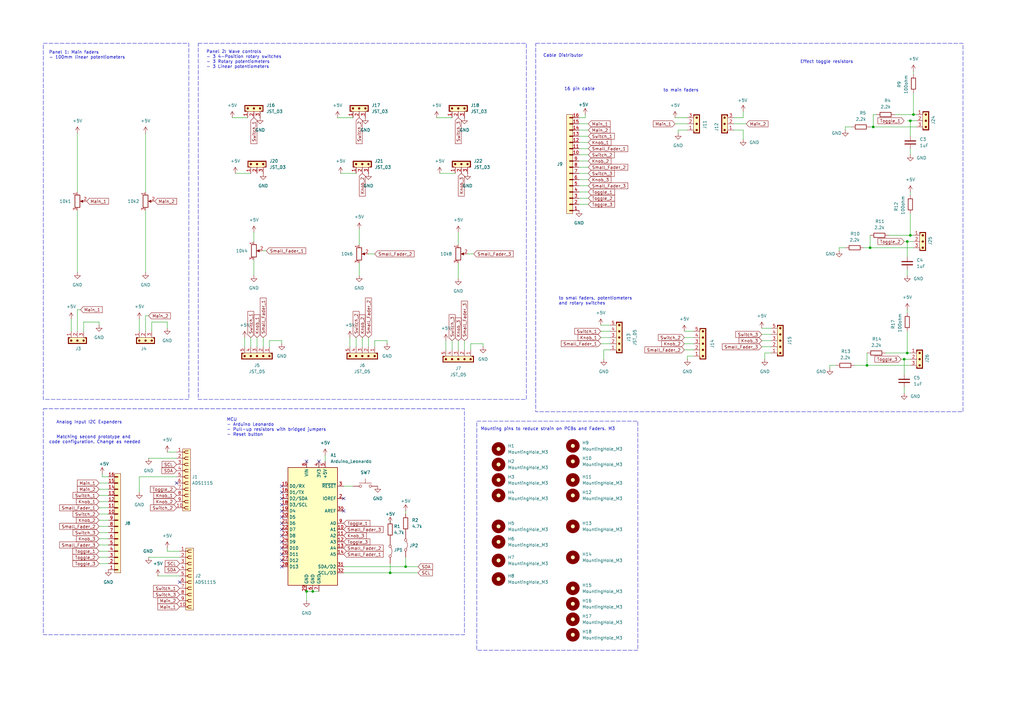
<source format=kicad_sch>
(kicad_sch (version 20231120) (generator "eeschema") (generator_version "8.0")
  (paper "A3")
  (title_block (title "\"Puppet Synth\"") (company "Silvan Roth - ZHdK - Minor Digital Play"))
  (junction (at 373.38 96.52))
  (junction (at 358.14 52.07))
  (junction (at 166.37 232.41))
  (junction (at 374.65 46.99))
  (junction (at 160.02 234.95))
  (junction (at 356.87 101.6))
  (junction (at 355.6 149.86))
  (junction (at 372.11 144.78))
  (junction (at 372.11 99.06))
  (junction (at 373.38 49.53))
  (junction (at 125.73 242.57))
  (junction (at 128.27 242.57))
  (junction (at 370.84 147.32))
  (no_connect (at 125.73 189.23))
  (no_connect (at 73.66 238.76))
  (no_connect (at 115.57 222.25))
  (no_connect (at 115.57 209.55))
  (no_connect (at 140.97 209.55))
  (no_connect (at 115.57 212.09))
  (no_connect (at 115.57 227.33))
  (no_connect (at 140.97 204.47))
  (no_connect (at 130.81 189.23))
  (no_connect (at 115.57 224.79))
  (no_connect (at 115.57 217.17))
  (no_connect (at 115.57 219.71))
  (no_connect (at 115.57 204.47))
  (no_connect (at 72.39 198.12))
  (no_connect (at 115.57 201.93))
  (no_connect (at 115.57 214.63))
  (no_connect (at 115.57 229.87))
  (no_connect (at 115.57 232.41))
  (no_connect (at 115.57 207.01))
  (no_connect (at 115.57 199.39))
  (wire (pts (xy 143.51 138.43) (xy 143.51 142.24)))
  (wire (pts (xy 241.3 81.28) (xy 237.49 81.28)))
  (wire (pts (xy 41.91 194.31) (xy 41.91 195.58)))
  (wire (pts (xy 40.64 231.14) (xy 44.45 231.14)))
  (wire (pts (xy 40.64 132.08) (xy 40.64 133.35)))
  (wire (pts (xy 304.8 53.34) (xy 300.99 53.34)))
  (wire (pts (xy 344.17 101.6) (xy 344.17 102.87)))
  (wire (pts (xy 31.75 127) (xy 33.02 127)))
  (wire (pts (xy 304.8 57.15) (xy 304.8 53.34)))
  (wire (pts (xy 246.38 135.89) (xy 250.19 135.89)))
  (wire (pts (xy 110.49 139.7) (xy 110.49 142.24)))
  (wire (pts (xy 304.8 45.72) (xy 304.8 48.26)))
  (wire (pts (xy 312.42 137.16) (xy 316.23 137.16)))
  (wire (pts (xy 373.38 49.53) (xy 375.92 49.53)))
  (wire (pts (xy 68.58 132.08) (xy 62.23 132.08)))
  (wire (pts (xy 247.65 143.51) (xy 250.19 143.51)))
  (wire (pts (xy 373.38 87.63) (xy 373.38 96.52)))
  (wire (pts (xy 140.97 234.95) (xy 160.02 234.95)))
  (wire (pts (xy 125.73 242.57) (xy 125.73 246.38)))
  (wire (pts (xy 31.75 78.74) (xy 31.75 54.61)))
  (wire (pts (xy 346.71 101.6) (xy 344.17 101.6)))
  (wire (pts (xy 147.32 100.33) (xy 147.32 93.98)))
  (wire (pts (xy 60.96 228.6) (xy 73.66 228.6)))
  (wire (pts (xy 34.29 132.08) (xy 34.29 135.89)))
  (wire (pts (xy 128.27 242.57) (xy 130.81 242.57)))
  (wire (pts (xy 198.12 140.97) (xy 193.04 140.97)))
  (wire (pts (xy 160.02 214.63) (xy 160.02 213.36)))
  (wire (pts (xy 107.95 138.43) (xy 107.95 142.24)))
  (wire (pts (xy 148.59 138.43) (xy 148.59 142.24)))
  (wire (pts (xy 374.65 38.1) (xy 374.65 46.99)))
  (wire (pts (xy 358.14 52.07) (xy 358.14 46.99)))
  (wire (pts (xy 40.64 200.66) (xy 44.45 200.66)))
  (wire (pts (xy 60.96 129.54) (xy 59.69 129.54)))
  (wire (pts (xy 240.03 48.26) (xy 237.49 48.26)))
  (wire (pts (xy 151.13 138.43) (xy 151.13 142.24)))
  (wire (pts (xy 241.3 55.88) (xy 237.49 55.88)))
  (wire (pts (xy 240.03 46.99) (xy 240.03 48.26)))
  (wire (pts (xy 59.69 129.54) (xy 59.69 135.89)))
  (wire (pts (xy 356.87 101.6) (xy 356.87 96.52)))
  (wire (pts (xy 373.38 49.53) (xy 373.38 55.88)))
  (wire (pts (xy 313.69 144.78) (xy 316.23 144.78)))
  (wire (pts (xy 115.57 140.97) (xy 115.57 139.7)))
  (wire (pts (xy 40.64 218.44) (xy 44.45 218.44)))
  (wire (pts (xy 160.02 234.95) (xy 171.45 234.95)))
  (wire (pts (xy 281.94 146.05) (xy 284.48 146.05)))
  (wire (pts (xy 241.3 78.74) (xy 237.49 78.74)))
  (wire (pts (xy 367.03 46.99) (xy 374.65 46.99)))
  (wire (pts (xy 241.3 73.66) (xy 237.49 73.66)))
  (wire (pts (xy 115.57 139.7) (xy 110.49 139.7)))
  (wire (pts (xy 354.33 101.6) (xy 356.87 101.6)))
  (wire (pts (xy 31.75 111.76) (xy 31.75 86.36)))
  (wire (pts (xy 57.15 195.58) (xy 72.39 195.58)))
  (wire (pts (xy 372.11 127) (xy 372.11 128.27)))
  (wire (pts (xy 373.38 96.52) (xy 374.65 96.52)))
  (wire (pts (xy 109.22 102.87) (xy 107.95 102.87)))
  (wire (pts (xy 125.73 242.57) (xy 128.27 242.57)))
  (wire (pts (xy 147.32 107.95) (xy 147.32 113.03)))
  (wire (pts (xy 158.75 140.97) (xy 158.75 139.7)))
  (wire (pts (xy 102.87 138.43) (xy 102.87 142.24)))
  (wire (pts (xy 312.42 134.62) (xy 316.23 134.62)))
  (wire (pts (xy 40.64 203.2) (xy 44.45 203.2)))
  (wire (pts (xy 280.67 138.43) (xy 284.48 138.43)))
  (wire (pts (xy 193.04 140.97) (xy 193.04 143.51)))
  (wire (pts (xy 185.42 139.7) (xy 185.42 143.51)))
  (wire (pts (xy 59.69 111.76) (xy 59.69 86.36)))
  (wire (pts (xy 372.11 135.89) (xy 372.11 144.78)))
  (wire (pts (xy 198.12 142.24) (xy 198.12 140.97)))
  (wire (pts (xy 280.67 135.89) (xy 284.48 135.89)))
  (wire (pts (xy 59.69 78.74) (xy 59.69 54.61)))
  (wire (pts (xy 241.3 68.58) (xy 237.49 68.58)))
  (wire (pts (xy 166.37 228.6) (xy 166.37 232.41)))
  (wire (pts (xy 139.7 71.12) (xy 146.05 71.12)))
  (wire (pts (xy 372.11 99.06) (xy 374.65 99.06)))
  (wire (pts (xy 158.75 139.7) (xy 153.67 139.7)))
  (wire (pts (xy 312.42 142.24) (xy 316.23 142.24)))
  (wire (pts (xy 355.6 149.86) (xy 355.6 144.78)))
  (wire (pts (xy 281.94 50.8) (xy 276.86 50.8)))
  (wire (pts (xy 190.5 139.7) (xy 190.5 143.51)))
  (wire (pts (xy 68.58 132.08) (xy 68.58 134.62)))
  (wire (pts (xy 241.3 71.12) (xy 237.49 71.12)))
  (wire (pts (xy 278.13 54.61) (xy 278.13 53.34)))
  (wire (pts (xy 194.31 104.14) (xy 191.77 104.14)))
  (wire (pts (xy 187.96 139.7) (xy 187.96 143.51)))
  (wire (pts (xy 140.97 232.41) (xy 166.37 232.41)))
  (wire (pts (xy 29.21 135.89) (xy 29.21 130.81)))
  (wire (pts (xy 370.84 147.32) (xy 370.84 153.67)))
  (wire (pts (xy 153.67 104.14) (xy 151.13 104.14)))
  (wire (pts (xy 182.88 139.7) (xy 182.88 143.51)))
  (wire (pts (xy 370.84 161.29) (xy 370.84 158.75)))
  (wire (pts (xy 356.87 52.07) (xy 358.14 52.07)))
  (wire (pts (xy 40.64 220.98) (xy 44.45 220.98)))
  (wire (pts (xy 281.94 48.26) (xy 276.86 48.26)))
  (wire (pts (xy 370.84 99.06) (xy 372.11 99.06)))
  (wire (pts (xy 241.3 63.5) (xy 237.49 63.5)))
  (wire (pts (xy 355.6 149.86) (xy 373.38 149.86)))
  (wire (pts (xy 346.71 52.07) (xy 346.71 53.34)))
  (wire (pts (xy 358.14 46.99) (xy 359.41 46.99)))
  (wire (pts (xy 60.96 187.96) (xy 72.39 187.96)))
  (wire (pts (xy 138.43 48.26) (xy 144.78 48.26)))
  (wire (pts (xy 40.64 228.6) (xy 44.45 228.6)))
  (wire (pts (xy 364.49 96.52) (xy 373.38 96.52)))
  (wire (pts (xy 372.11 144.78) (xy 373.38 144.78)))
  (wire (pts (xy 40.64 213.36) (xy 44.45 213.36)))
  (wire (pts (xy 187.96 107.95) (xy 187.96 114.3)))
  (wire (pts (xy 241.3 66.04) (xy 237.49 66.04)))
  (wire (pts (xy 62.23 132.08) (xy 62.23 135.89)))
  (wire (pts (xy 100.33 138.43) (xy 100.33 142.24)))
  (wire (pts (xy 246.38 133.35) (xy 250.19 133.35)))
  (wire (pts (xy 373.38 63.5) (xy 373.38 60.96)))
  (wire (pts (xy 369.57 147.32) (xy 370.84 147.32)))
  (wire (pts (xy 241.3 76.2) (xy 237.49 76.2)))
  (wire (pts (xy 340.36 149.86) (xy 340.36 151.13)))
  (wire (pts (xy 350.52 149.86) (xy 355.6 149.86)))
  (wire (pts (xy 68.58 226.06) (xy 73.66 226.06)))
  (wire (pts (xy 40.64 208.28) (xy 44.45 208.28)))
  (wire (pts (xy 281.94 147.32) (xy 281.94 146.05)))
  (wire (pts (xy 31.75 127) (xy 31.75 135.89)))
  (wire (pts (xy 133.35 186.69) (xy 133.35 189.23)))
  (wire (pts (xy 372.11 99.06) (xy 372.11 105.41)))
  (wire (pts (xy 241.3 53.34) (xy 237.49 53.34)))
  (wire (pts (xy 340.36 149.86) (xy 342.9 149.86)))
  (wire (pts (xy 241.3 50.8) (xy 237.49 50.8)))
  (wire (pts (xy 41.91 195.58) (xy 44.45 195.58)))
  (wire (pts (xy 358.14 52.07) (xy 375.92 52.07)))
  (wire (pts (xy 372.11 113.03) (xy 372.11 110.49)))
  (wire (pts (xy 40.64 198.12) (xy 44.45 198.12)))
  (wire (pts (xy 40.64 215.9) (xy 44.45 215.9)))
  (wire (pts (xy 95.25 48.26) (xy 101.6 48.26)))
  (wire (pts (xy 96.52 71.12) (xy 102.87 71.12)))
  (wire (pts (xy 370.84 147.32) (xy 373.38 147.32)))
  (wire (pts (xy 241.3 83.82) (xy 237.49 83.82)))
  (wire (pts (xy 373.38 78.74) (xy 373.38 80.01)))
  (wire (pts (xy 40.64 132.08) (xy 34.29 132.08)))
  (wire (pts (xy 68.58 224.79) (xy 68.58 226.06)))
  (wire (pts (xy 40.64 223.52) (xy 44.45 223.52)))
  (wire (pts (xy 187.96 100.33) (xy 187.96 95.25)))
  (wire (pts (xy 40.64 226.06) (xy 44.45 226.06)))
  (wire (pts (xy 104.14 99.06) (xy 104.14 95.25)))
  (wire (pts (xy 374.65 29.21) (xy 374.65 30.48)))
  (wire (pts (xy 153.67 139.7) (xy 153.67 142.24)))
  (wire (pts (xy 346.71 52.07) (xy 349.25 52.07)))
  (wire (pts (xy 57.15 195.58) (xy 57.15 201.93)))
  (wire (pts (xy 372.11 49.53) (xy 373.38 49.53)))
  (wire (pts (xy 160.02 234.95) (xy 160.02 231.14)))
  (wire (pts (xy 278.13 53.34) (xy 281.94 53.34)))
  (wire (pts (xy 300.99 50.8) (xy 306.07 50.8)))
  (wire (pts (xy 356.87 101.6) (xy 374.65 101.6)))
  (wire (pts (xy 180.34 71.12) (xy 186.69 71.12)))
  (wire (pts (xy 246.38 138.43) (xy 250.19 138.43)))
  (wire (pts (xy 280.67 143.51) (xy 284.48 143.51)))
  (wire (pts (xy 105.41 138.43) (xy 105.41 142.24)))
  (wire (pts (xy 64.77 236.22) (xy 73.66 236.22)))
  (wire (pts (xy 374.65 46.99) (xy 375.92 46.99)))
  (wire (pts (xy 40.64 205.74) (xy 44.45 205.74)))
  (wire (pts (xy 247.65 147.32) (xy 247.65 143.51)))
  (wire (pts (xy 363.22 144.78) (xy 372.11 144.78)))
  (wire (pts (xy 304.8 48.26) (xy 300.99 48.26)))
  (wire (pts (xy 241.3 60.96) (xy 237.49 60.96)))
  (wire (pts (xy 144.78 199.39) (xy 140.97 199.39)))
  (wire (pts (xy 312.42 139.7) (xy 316.23 139.7)))
  (wire (pts (xy 104.14 106.68) (xy 104.14 113.03)))
  (wire (pts (xy 313.69 147.32) (xy 313.69 144.78)))
  (wire (pts (xy 171.45 232.41) (xy 166.37 232.41)))
  (wire (pts (xy 246.38 140.97) (xy 250.19 140.97)))
  (wire (pts (xy 68.58 185.42) (xy 72.39 185.42)))
  (wire (pts (xy 280.67 140.97) (xy 284.48 140.97)))
  (wire (pts (xy 166.37 209.55) (xy 166.37 210.82)))
  (wire (pts (xy 57.15 135.89) (xy 57.15 130.81)))
  (wire (pts (xy 241.3 58.42) (xy 237.49 58.42)))
  (wire (pts (xy 179.07 48.26) (xy 185.42 48.26)))
  (wire (pts (xy 146.05 138.43) (xy 146.05 142.24)))
  (wire (pts (xy 40.64 210.82) (xy 44.45 210.82)))
  (rectangle (start 17.78 17.78) (end 77.47 163.83) (stroke (width 0) (type dash)))
  (rectangle (start 195.58 172.72) (end 261.62 266.7) (stroke (width 0) (type dash)))
  (rectangle (start 17.78 167.64) (end 190.5 260.35) (stroke (width 0) (type dash)))
  (rectangle (start 81.28 17.78) (end 215.9 163.83) (stroke (width 0) (type dash)))
  (rectangle (start 219.71 17.78) (end 394.97 168.91) (stroke (width 0) (type dash)))
  (text "Cable Distributor" (at 222.758 22.86 0) (effects (font (size 1.27 1.27)) (justify left)))
  (text "16 pin cable" (at 231.394 36.576 0) (effects (font (size 1.27 1.27)) (justify left)))
  (text "to main faders" (at 272.034 37.084 0) (effects (font (size 1.27 1.27)) (justify left)))
  (text "Panel 2: Wave controls\n- 3 4-Position rotary switches\n- 3 Rotary potentiometers\n- 3 Linear potentiometers\n" (at 84.582 24.384 0) (effects (font (size 1.27 1.27)) (justify left)))
  (text "Analog Input I2C Expanders" (at 36.576 173.228 0) (effects (font (size 1.27 1.27))))
  (text "Matching second prototype and \ncode configuration. Change as needed" (at 38.862 180.34 0) (effects (font (size 1.27 1.27))))
  (text "Effect toggle resistors" (at 328.168 25.4 0) (effects (font (size 1.27 1.27)) (justify left)))
  (text "to smal faders, potentiometers \nand rotary switches" (at 229.108 123.444 0) (effects (font (size 1.27 1.27)) (justify left)))
  (text "MCU\n- Arduino Leonardo\n- Pull-up resistors with bridged jumpers\n- Reset button" (at 92.964 171.45 0) (effects (font (size 1.27 1.27)) (justify left top)))
  (text "Mounting pins to reduce strain on PCBs and Faders. M3" (at 197.104 175.26 0) (effects (font (size 1.27 1.27)) (justify left top)))
  (text "Panel 1: Main faders\n- 100mm linear potentiometers" (at 20.066 22.606 0) (effects (font (size 1.27 1.27)) (justify left)))
  (global_label "Toggle_2" (shape input) (at 370.84 99.06 180) (property "Intersheetrefs" "${INTERSHEET_REFS}" (effects (hide yes))))
  (global_label "Knob_3" (shape input) (at 187.96 139.7 90) (property "Intersheetrefs" "${INTERSHEET_REFS}" (effects (hide yes))))
  (global_label "Small_Fader_1" (shape input) (at 241.3 60.96 0) (property "Intersheetrefs" "${INTERSHEET_REFS}" (effects (hide yes))))
  (global_label "Main_2" (shape input) (at 73.66 246.38 180) (property "Intersheetrefs" "${INTERSHEET_REFS}" (effects (hide yes))))
  (global_label "Main_1" (shape input) (at 35.56 82.55 0) (property "Intersheetrefs" "${INTERSHEET_REFS}" (effects (hide yes))))
  (global_label "Knob_3" (shape input) (at 312.42 139.7 180) (property "Intersheetrefs" "${INTERSHEET_REFS}" (effects (hide yes))))
  (global_label "Small_Fader_1" (shape input) (at 40.64 208.28 180) (property "Intersheetrefs" "${INTERSHEET_REFS}" (effects (hide yes))))
  (global_label "Knob_3" (shape input) (at 189.23 71.12 270) (property "Intersheetrefs" "${INTERSHEET_REFS}" (effects (hide yes))))
  (global_label "SCL" (shape input) (at 171.45 234.95 0) (property "Intersheetrefs" "${INTERSHEET_REFS}" (effects (hide yes))))
  (global_label "Knob_1" (shape input) (at 241.3 58.42 0) (property "Intersheetrefs" "${INTERSHEET_REFS}" (effects (hide yes))))
  (global_label "SCL" (shape input) (at 73.66 231.14 180) (property "Intersheetrefs" "${INTERSHEET_REFS}" (effects (hide yes))))
  (global_label "Toggle_1" (shape input) (at 40.64 226.06 180) (property "Intersheetrefs" "${INTERSHEET_REFS}" (effects (hide yes))))
  (global_label "Small_Fader_2" (shape input) (at 280.67 143.51 180) (property "Intersheetrefs" "${INTERSHEET_REFS}" (effects (hide yes))))
  (global_label "Toggle_3" (shape input) (at 140.97 222.25 0) (property "Intersheetrefs" "${INTERSHEET_REFS}" (effects (hide yes))))
  (global_label "Switch_2" (shape input) (at 280.67 138.43 180) (property "Intersheetrefs" "${INTERSHEET_REFS}" (effects (hide yes))))
  (global_label "Switch_2" (shape input) (at 241.3 63.5 0) (property "Intersheetrefs" "${INTERSHEET_REFS}" (effects (hide yes))))
  (global_label "Small_Fader_1" (shape input) (at 246.38 140.97 180) (property "Intersheetrefs" "${INTERSHEET_REFS}" (effects (hide yes))))
  (global_label "Toggle_3" (shape input) (at 241.3 83.82 0) (property "Intersheetrefs" "${INTERSHEET_REFS}" (effects (hide yes))))
  (global_label "Toggle_3" (shape input) (at 369.57 147.32 180) (property "Intersheetrefs" "${INTERSHEET_REFS}" (effects (hide yes))))
  (global_label "Knob_1" (shape input) (at 105.41 138.43 90) (property "Intersheetrefs" "${INTERSHEET_REFS}" (effects (hide yes))))
  (global_label "Small_Fader_2" (shape input) (at 140.97 224.79 0) (property "Intersheetrefs" "${INTERSHEET_REFS}" (effects (hide yes))))
  (global_label "Switch_1" (shape input) (at 104.14 48.26 270) (property "Intersheetrefs" "${INTERSHEET_REFS}" (effects (hide yes))))
  (global_label "Switch_2" (shape input) (at 40.64 210.82 180) (property "Intersheetrefs" "${INTERSHEET_REFS}" (effects (hide yes))))
  (global_label "Toggle_3" (shape input) (at 40.64 231.14 180) (property "Intersheetrefs" "${INTERSHEET_REFS}" (effects (hide yes))))
  (global_label "Small_Fader_1" (shape input) (at 140.97 227.33 0) (property "Intersheetrefs" "${INTERSHEET_REFS}" (effects (hide yes))))
  (global_label "Switch_3" (shape input) (at 241.3 71.12 0) (property "Intersheetrefs" "${INTERSHEET_REFS}" (effects (hide yes))))
  (global_label "Small_Fader_1" (shape input) (at 109.22 102.87 0) (property "Intersheetrefs" "${INTERSHEET_REFS}" (effects (hide yes))))
  (global_label "Switch_3" (shape input) (at 40.64 218.44 180) (property "Intersheetrefs" "${INTERSHEET_REFS}" (effects (hide yes))))
  (global_label "Small_Fader_3" (shape input) (at 241.3 76.2 0) (property "Intersheetrefs" "${INTERSHEET_REFS}" (effects (hide yes))))
  (global_label "Small_Fader_3" (shape input) (at 140.97 217.17 0) (property "Intersheetrefs" "${INTERSHEET_REFS}" (effects (hide yes))))
  (global_label "Small_Fader_2" (shape input) (at 241.3 68.58 0) (property "Intersheetrefs" "${INTERSHEET_REFS}" (effects (hide yes))))
  (global_label "Main_1" (shape input) (at 73.66 248.92 180) (property "Intersheetrefs" "${INTERSHEET_REFS}" (effects (hide yes))))
  (global_label "Knob_2" (shape input) (at 280.67 140.97 180) (property "Intersheetrefs" "${INTERSHEET_REFS}" (effects (hide yes))))
  (global_label "Knob_1" (shape input) (at 246.38 138.43 180) (property "Intersheetrefs" "${INTERSHEET_REFS}" (effects (hide yes))))
  (global_label "SDA" (shape input) (at 73.66 233.68 180) (property "Intersheetrefs" "${INTERSHEET_REFS}" (effects (hide yes))))
  (global_label "Main_2" (shape input) (at 241.3 53.34 0) (property "Intersheetrefs" "${INTERSHEET_REFS}" (effects (hide yes))))
  (global_label "Knob_2" (shape input) (at 148.59 71.12 270) (property "Intersheetrefs" "${INTERSHEET_REFS}" (effects (hide yes))))
  (global_label "Small_Fader_2" (shape input) (at 40.64 215.9 180) (property "Intersheetrefs" "${INTERSHEET_REFS}" (effects (hide yes))))
  (global_label "Main_1" (shape input) (at 276.86 50.8 180) (property "Intersheetrefs" "${INTERSHEET_REFS}" (effects (hide yes))))
  (global_label "Knob_3" (shape input) (at 241.3 73.66 0) (property "Intersheetrefs" "${INTERSHEET_REFS}" (effects (hide yes))))
  (global_label "Main_2" (shape input) (at 40.64 200.66 180) (property "Intersheetrefs" "${INTERSHEET_REFS}" (effects (hide yes))))
  (global_label "Main_2" (shape input) (at 306.07 50.8 0) (property "Intersheetrefs" "${INTERSHEET_REFS}" (effects (hide yes))))
  (global_label "Toggle_2" (shape input) (at 241.3 81.28 0) (property "Intersheetrefs" "${INTERSHEET_REFS}" (effects (hide yes))))
  (global_label "Main_1" (shape input) (at 40.64 198.12 180) (property "Intersheetrefs" "${INTERSHEET_REFS}" (effects (hide yes))))
  (global_label "Toggle_2" (shape input) (at 72.39 200.66 180) (property "Intersheetrefs" "${INTERSHEET_REFS}" (effects (hide yes))))
  (global_label "Small_Fader_3" (shape input) (at 40.64 223.52 180) (property "Intersheetrefs" "${INTERSHEET_REFS}" (effects (hide yes))))
  (global_label "Switch_3" (shape input) (at 312.42 137.16 180) (property "Intersheetrefs" "${INTERSHEET_REFS}" (effects (hide yes))))
  (global_label "Small_Fader_2" (shape input) (at 153.67 104.14 0) (property "Intersheetrefs" "${INTERSHEET_REFS}" (effects (hide yes))))
  (global_label "Switch_1" (shape input) (at 102.87 138.43 90) (property "Intersheetrefs" "${INTERSHEET_REFS}" (effects (hide yes))))
  (global_label "Toggle_2" (shape input) (at 40.64 228.6 180) (property "Intersheetrefs" "${INTERSHEET_REFS}" (effects (hide yes))))
  (global_label "Knob_1" (shape input) (at 40.64 205.74 180) (property "Intersheetrefs" "${INTERSHEET_REFS}" (effects (hide yes))))
  (global_label "Small_Fader_1" (shape input) (at 107.95 138.43 90) (property "Intersheetrefs" "${INTERSHEET_REFS}" (effects (hide yes))))
  (global_label "Main_1" (shape input) (at 241.3 50.8 0) (property "Intersheetrefs" "${INTERSHEET_REFS}" (effects (hide yes))))
  (global_label "Toggle_1" (shape input) (at 370.84 49.53 180) (property "Intersheetrefs" "${INTERSHEET_REFS}" (effects (hide yes))))
  (global_label "Switch_2" (shape input) (at 147.32 48.26 270) (property "Intersheetrefs" "${INTERSHEET_REFS}" (effects (hide yes))))
  (global_label "Knob_2" (shape input) (at 148.59 138.43 90) (property "Intersheetrefs" "${INTERSHEET_REFS}" (effects (hide yes))))
  (global_label "SDA" (shape input) (at 72.39 193.04 180) (property "Intersheetrefs" "${INTERSHEET_REFS}" (effects (hide yes))))
  (global_label "Switch_1" (shape input) (at 241.3 55.88 0) (property "Intersheetrefs" "${INTERSHEET_REFS}" (effects (hide yes))))
  (global_label "Switch_3" (shape input) (at 185.42 139.7 90) (property "Intersheetrefs" "${INTERSHEET_REFS}" (effects (hide yes))))
  (global_label "Switch_1" (shape input) (at 73.66 241.3 180) (property "Intersheetrefs" "${INTERSHEET_REFS}" (effects (hide yes))))
  (global_label "Small_Fader_3" (shape input) (at 312.42 142.24 180) (property "Intersheetrefs" "${INTERSHEET_REFS}" (effects (hide yes))))
  (global_label "Small_Fader_3" (shape input) (at 194.31 104.14 0) (property "Intersheetrefs" "${INTERSHEET_REFS}" (effects (hide yes))))
  (global_label "Toggle_1" (shape input) (at 241.3 78.74 0) (property "Intersheetrefs" "${INTERSHEET_REFS}" (effects (hide yes))))
  (global_label "Switch_2" (shape input) (at 146.05 138.43 90) (property "Intersheetrefs" "${INTERSHEET_REFS}" (effects (hide yes))))
  (global_label "Switch_2" (shape input) (at 72.39 208.28 180) (property "Intersheetrefs" "${INTERSHEET_REFS}" (effects (hide yes))))
  (global_label "Knob_2" (shape input) (at 241.3 66.04 0) (property "Intersheetrefs" "${INTERSHEET_REFS}" (effects (hide yes))))
  (global_label "Switch_3" (shape input) (at 73.66 243.84 180) (property "Intersheetrefs" "${INTERSHEET_REFS}" (effects (hide yes))))
  (global_label "Main_1" (shape input) (at 33.02 127 0) (property "Intersheetrefs" "${INTERSHEET_REFS}" (effects (hide yes))))
  (global_label "Knob_2" (shape input) (at 72.39 205.74 180) (property "Intersheetrefs" "${INTERSHEET_REFS}" (effects (hide yes))))
  (global_label "Toggle_1" (shape input) (at 140.97 214.63 0) (property "Intersheetrefs" "${INTERSHEET_REFS}" (effects (hide yes))))
  (global_label "Knob_1" (shape input) (at 72.39 203.2 180) (property "Intersheetrefs" "${INTERSHEET_REFS}" (effects (hide yes))))
  (global_label "Small_Fader_3" (shape input) (at 190.5 139.7 90) (property "Intersheetrefs" "${INTERSHEET_REFS}" (effects (hide yes))))
  (global_label "Main_2" (shape input) (at 63.5 82.55 0) (property "Intersheetrefs" "${INTERSHEET_REFS}" (effects (hide yes))))
  (global_label "SDA" (shape input) (at 171.45 232.41 0) (property "Intersheetrefs" "${INTERSHEET_REFS}" (effects (hide yes))))
  (global_label "Switch_3" (shape input) (at 187.96 48.26 270) (property "Intersheetrefs" "${INTERSHEET_REFS}" (effects (hide yes))))
  (global_label "Main_2" (shape input) (at 60.96 129.54 0) (property "Intersheetrefs" "${INTERSHEET_REFS}" (effects (hide yes))))
  (global_label "Knob_3" (shape input) (at 140.97 219.71 0) (property "Intersheetrefs" "${INTERSHEET_REFS}" (effects (hide yes))))
  (global_label "Knob_2" (shape input) (at 40.64 213.36 180) (property "Intersheetrefs" "${INTERSHEET_REFS}" (effects (hide yes))))
  (global_label "Switch_1" (shape input) (at 246.38 135.89 180) (property "Intersheetrefs" "${INTERSHEET_REFS}" (effects (hide yes))))
  (global_label "Knob_3" (shape input) (at 40.64 220.98 180) (property "Intersheetrefs" "${INTERSHEET_REFS}" (effects (hide yes))))
  (global_label "Switch_1" (shape input) (at 40.64 203.2 180) (property "Intersheetrefs" "${INTERSHEET_REFS}" (effects (hide yes))))
  (global_label "SCL" (shape input) (at 72.39 190.5 180) (property "Intersheetrefs" "${INTERSHEET_REFS}" (effects (hide yes))))
  (global_label "Small_Fader_2" (shape input) (at 151.13 138.43 90) (property "Intersheetrefs" "${INTERSHEET_REFS}" (effects (hide yes))))
  (symbol (lib_id "power:+5V") (at 104.14 95.25 0) (unit 1)
    (property "Reference" "#PWR016" (effects (hide yes)))
    (property "Value" "+5V" (at 104.14 90.17 0))
    (property "Description" "Power symbol creates a global label with name \"+5V\"" (effects (hide yes)))
  )
  (symbol (lib_id "Device:R_Potentiometer") (at 31.75 82.55 0) (unit 1)
    (property "Reference" "10k1" (at 29.21 82.5499 0) (effects (justify right)))
    (property "Value" "R_Potentiometer" (effects (hide yes)))
    (property "Footprint" "PuppetSynth:PS1001B1BR10K" (effects (hide yes)))
    (property "Description" "Potentiometer" (effects (hide yes)))
  )
  (symbol (lib_id "PCM_SL_Pin_Headers:PINHD_1x16_Male") (at 233.68 67.31 180) (unit 1)
    (property "Reference" "J9" (at 229.616 67.31 0))
    (property "Value" "PINHD_1x16_Male" (effects (hide yes)))
    (property "Footprint" "Connector_PinHeader_2.54mm:PinHeader_2x08_P2.54mm_Vertical" (effects (hide yes)))
    (property "Description" "Pin Header male with pin space 2.54mm. Pin Count -16" (effects (hide yes)))
  )
  (symbol (lib_id "PCM_SL_Mechanical:MountingHole_M3") (at 234.95 241.3 0) (unit 1)
    (property "Reference" "H15" (at 238.76 240.0299 0) (effects (justify left)))
    (property "Value" "MountingHole_M3" (at 238.76 242.5699 0) (effects (justify left)))
    (property "Footprint" "MountingHole:MountingHole_3.2mm_M3" (effects (hide yes)))
    (property "Description" "3.2mm Diameter Mounting Hole (M3)" (effects (hide yes)))
  )
  (symbol (lib_id "PCM_SL_Devices:Capacitor_NP") (at 372.11 107.95 270) (unit 1)
    (property "Reference" "C4" (at 375.92 106.6799 90) (effects (justify left)))
    (property "Value" "1uF" (at 375.92 109.2199 90) (effects (justify left)))
    (property "Footprint" "Capacitor_THT:C_Disc_D3.0mm_W2.0mm_P2.50mm" (effects (hide yes)))
    (property "Description" "Unpolarized Capacitor" (effects (hide yes)))
  )
  (symbol (lib_id "power:GND") (at 31.75 111.76 0) (unit 1)
    (property "Reference" "#PWR024" (effects (hide yes)))
    (property "Value" "GND" (at 31.75 116.84 0))
    (property "Description" "Power symbol creates a global label with name \"GND\" , ground" (effects (hide yes)))
  )
  (symbol (lib_id "power:+5V") (at 143.51 138.43 0) (unit 1)
    (property "Reference" "#PWR058" (effects (hide yes)))
    (property "Value" "+5V" (at 143.51 133.35 0))
    (property "Description" "Power symbol creates a global label with name \"+5V\"" (effects (hide yes)))
  )
  (symbol (lib_id "power:+5V") (at 180.34 71.12 0) (mirror y) (unit 1)
    (property "Reference" "#PWR075" (effects (hide yes)))
    (property "Value" "+5V" (at 180.34 66.04 0))
    (property "Description" "Power symbol creates a global label with name \"+5V\"" (effects (hide yes)))
  )
  (symbol (lib_id "power:+5V") (at 373.38 78.74 0) (unit 1)
    (property "Reference" "#PWR015" (effects (hide yes)))
    (property "Value" "+5V" (at 373.38 73.66 0))
    (property "Description" "Power symbol creates a global label with name \"+5V\"" (effects (hide yes)))
  )
  (symbol (lib_id "power:GND") (at 57.15 201.93 0) (unit 1)
    (property "Reference" "#PWR028" (effects (hide yes)))
    (property "Value" "GND" (at 57.15 207.01 0))
    (property "Description" "Power symbol creates a global label with name \"GND\" , ground" (effects (hide yes)))
  )
  (symbol (lib_id "power:+5V") (at 68.58 185.42 0) (unit 1)
    (property "Reference" "#PWR033" (effects (hide yes)))
    (property "Value" "+5V" (at 68.58 180.34 0))
    (property "Description" "Power symbol creates a global label with name \"+5V\"" (effects (hide yes)))
  )
  (symbol (lib_id "power:GND") (at 190.5 48.26 0) (unit 1)
    (property "Reference" "#PWR039" (effects (hide yes)))
    (property "Value" "GND" (at 190.5 53.34 0))
    (property "Description" "Power symbol creates a global label with name \"GND\" , ground" (effects (hide yes)))
  )
  (symbol (lib_id "PCM_SL_Mechanical:MountingHole_M3") (at 234.95 254 0) (unit 1)
    (property "Reference" "H17" (at 238.76 252.7299 0) (effects (justify left)))
    (property "Value" "MountingHole_M3" (at 238.76 255.2699 0) (effects (justify left)))
    (property "Footprint" "MountingHole:MountingHole_3.2mm_M3" (effects (hide yes)))
    (property "Description" "3.2mm Diameter Mounting Hole (M3)" (effects (hide yes)))
  )
  (symbol (lib_id "power:GND") (at 60.96 187.96 0) (unit 1)
    (property "Reference" "#PWR030" (effects (hide yes)))
    (property "Value" "GND" (at 60.96 193.04 0))
    (property "Description" "Power symbol creates a global label with name \"GND\" , ground" (effects (hide yes)))
  )
  (symbol (lib_id "power:GND") (at 370.84 161.29 0) (unit 1)
    (property "Reference" "#PWR078" (effects (hide yes)))
    (property "Value" "GND" (at 373.38 162.5599 0) (effects (justify left)))
    (property "Description" "Power symbol creates a global label with name \"GND\" , ground" (effects (hide yes)))
  )
  (symbol (lib_id "power:+5V") (at 304.8 45.72 0) (unit 1)
    (property "Reference" "#PWR064" (effects (hide yes)))
    (property "Value" "+5V" (at 304.546 41.148 0))
    (property "Description" "Power symbol creates a global label with name \"+5V\"" (effects (hide yes)))
  )
  (symbol (lib_id "PCM_SL_Connectors:JST_03") (at 189.23 67.31 90) (unit 1)
    (property "Reference" "J22" (at 194.31 66.0399 90) (effects (justify right)))
    (property "Value" "JST_03" (at 194.31 68.5799 90) (effects (justify right)))
    (property "Footprint" "Connector_JST:JST_EH_B3B-EH-A_1x03_P2.50mm_Vertical" (effects (hide yes)))
    (property "Description" "JST Connector  3 pins " (effects (hide yes)))
  )
  (symbol (lib_id "PCM_SL_Mechanical:MountingHole_M3") (at 204.47 237.49 0) (unit 1)
    (property "Reference" "H8" (at 208.28 236.2199 0) (effects (justify left)))
    (property "Value" "MountingHole_M3" (at 208.28 238.7599 0) (effects (justify left)))
    (property "Footprint" "MountingHole:MountingHole_3.2mm_M3" (effects (hide yes)))
    (property "Description" "3.2mm Diameter Mounting Hole (M3)" (effects (hide yes)))
  )
  (symbol (lib_id "power:GND") (at 151.13 71.12 0) (unit 1)
    (property "Reference" "#PWR074" (effects (hide yes)))
    (property "Value" "GND" (at 151.13 76.2 0))
    (property "Description" "Power symbol creates a global label with name \"GND\" , ground" (effects (hide yes)))
  )
  (symbol (lib_id "power:+5V") (at 166.37 209.55 0) (unit 1)
    (property "Reference" "#PWR02" (effects (hide yes)))
    (property "Value" "+5V" (at 166.37 205.486 0))
    (property "Description" "Power symbol creates a global label with name \"+5V\"" (effects (hide yes)))
  )
  (symbol (lib_id "power:GND") (at 278.13 54.61 0) (mirror y) (unit 1)
    (property "Reference" "#PWR063" (effects (hide yes)))
    (property "Value" "GND" (at 278.13 59.69 0))
    (property "Description" "Power symbol creates a global label with name \"GND\" , ground" (effects (hide yes)))
  )
  (symbol (lib_id "power:+5V") (at 372.11 127 0) (unit 1)
    (property "Reference" "#PWR079" (effects (hide yes)))
    (property "Value" "+5V" (at 372.11 121.92 0))
    (property "Description" "Power symbol creates a global label with name \"+5V\"" (effects (hide yes)))
  )
  (symbol (lib_id "power:+5V") (at 95.25 48.26 0) (mirror y) (unit 1)
    (property "Reference" "#PWR023" (effects (hide yes)))
    (property "Value" "+5V" (at 95.25 43.18 0))
    (property "Description" "Power symbol creates a global label with name \"+5V\"" (effects (hide yes)))
  )
  (symbol (lib_id "PCM_SL_Connectors:JST_03") (at 285.75 50.8 0) (mirror x) (unit 1)
    (property "Reference" "J11" (at 289.052 49.276 90) (effects (justify left)))
    (property "Value" "JST_03" (effects (hide yes)))
    (property "Footprint" "Connector_JST:JST_EH_B3B-EH-A_1x03_P2.50mm_Vertical" (effects (hide yes)))
    (property "Description" "JST Connector  3 pins " (effects (hide yes)))
  )
  (symbol (lib_id "power:GND") (at 106.68 48.26 0) (unit 1)
    (property "Reference" "#PWR035" (effects (hide yes)))
    (property "Value" "GND" (at 106.68 53.34 0))
    (property "Description" "Power symbol creates a global label with name \"GND\" , ground" (effects (hide yes)))
  )
  (symbol (lib_id "PCM_SL_Devices:Capacitor_NP") (at 373.38 58.42 270) (unit 1)
    (property "Reference" "C3" (at 377.19 57.1499 90) (effects (justify left)))
    (property "Value" "1uF" (at 377.19 59.6899 90) (effects (justify left)))
    (property "Footprint" "Capacitor_THT:C_Disc_D3.0mm_W2.0mm_P2.50mm" (effects (hide yes)))
    (property "Description" "Unpolarized Capacitor" (effects (hide yes)))
  )
  (symbol (lib_id "PCM_SL_Mechanical:MountingHole_M3") (at 204.47 190.5 0) (unit 1)
    (property "Reference" "H2" (at 208.28 189.2299 0) (effects (justify left)))
    (property "Value" "MountingHole_M3" (at 208.28 191.7699 0) (effects (justify left)))
    (property "Footprint" "MountingHole:MountingHole_3.2mm_M3" (effects (hide yes)))
    (property "Description" "3.2mm Diameter Mounting Hole (M3)" (effects (hide yes)))
  )
  (symbol (lib_id "PCM_SL_Connectors:JST_03") (at 187.96 44.45 90) (unit 1)
    (property "Reference" "J18" (at 193.04 43.1799 90) (effects (justify right)))
    (property "Value" "JST_03" (at 193.04 45.7199 90) (effects (justify right)))
    (property "Footprint" "Connector_JST:JST_EH_B3B-EH-A_1x03_P2.50mm_Vertical" (effects (hide yes)))
    (property "Description" "JST Connector  3 pins " (effects (hide yes)))
  )
  (symbol (lib_id "PCM_SL_Connectors:JST_05") (at 254 138.43 0) (mirror x) (unit 1)
    (property "Reference" "J13" (at 257.81 138.43 90))
    (property "Value" "JST_05" (at 260.35 138.43 90))
    (property "Footprint" "Connector_JST:JST_EH_B5B-EH-A_1x05_P2.50mm_Vertical" (effects (hide yes)))
    (property "Description" "JST Connector  5 pins " (effects (hide yes)))
  )
  (symbol (lib_id "PCM_SL_Pin_Headers:PINHD_1x16_Male") (at 48.26 214.63 0) (mirror x) (unit 1)
    (property "Reference" "J8" (at 52.324 214.63 0))
    (property "Value" "PINHD_1x16_Male" (effects (hide yes)))
    (property "Footprint" "Connector_PinHeader_2.54mm:PinHeader_2x08_P2.54mm_Vertical" (effects (hide yes)))
    (property "Description" "Pin Header male with pin space 2.54mm. Pin Count -16" (effects (hide yes)))
  )
  (symbol (lib_id "PCM_SL_Connectors:JST_05") (at 288.29 140.97 0) (mirror x) (unit 1)
    (property "Reference" "J14" (at 292.1 140.97 90))
    (property "Value" "JST_05" (effects (hide yes)))
    (property "Footprint" "Connector_JST:JST_EH_B5B-EH-A_1x05_P2.50mm_Vertical" (effects (hide yes)))
    (property "Description" "JST Connector  5 pins " (effects (hide yes)))
  )
  (symbol (lib_id "power:+5V") (at 312.42 134.62 0) (mirror y) (unit 1)
    (property "Reference" "#PWR070" (effects (hide yes)))
    (property "Value" "+5V" (at 312.42 129.54 0))
    (property "Description" "Power symbol creates a global label with name \"+5V\"" (effects (hide yes)))
  )
  (symbol (lib_id "power:+5V") (at 147.32 93.98 0) (unit 1)
    (property "Reference" "#PWR017" (effects (hide yes)))
    (property "Value" "+5V" (at 147.32 88.9 0))
    (property "Description" "Power symbol creates a global label with name \"+5V\"" (effects (hide yes)))
  )
  (symbol (lib_id "PCM_SL_Mechanical:MountingHole_M3") (at 204.47 184.15 0) (unit 1)
    (property "Reference" "H1" (at 208.28 182.8799 0) (effects (justify left)))
    (property "Value" "MountingHole_M3" (at 208.28 185.4199 0) (effects (justify left)))
    (property "Footprint" "MountingHole:MountingHole_3.2mm_M3" (effects (hide yes)))
    (property "Description" "3.2mm Diameter Mounting Hole (M3)" (effects (hide yes)))
  )
  (symbol (lib_id "PCM_SL_Mechanical:MountingHole_M3") (at 234.95 247.65 0) (unit 1)
    (property "Reference" "H16" (at 238.76 246.3799 0) (effects (justify left)))
    (property "Value" "MountingHole_M3" (at 238.76 248.9199 0) (effects (justify left)))
    (property "Footprint" "MountingHole:MountingHole_3.2mm_M3" (effects (hide yes)))
    (property "Description" "3.2mm Diameter Mounting Hole (M3)" (effects (hide yes)))
  )
  (symbol (lib_id "PCM_SL_Connectors:JST_03") (at 147.32 44.45 90) (unit 1)
    (property "Reference" "J17" (at 152.4 43.1799 90) (effects (justify right)))
    (property "Value" "JST_03" (at 152.4 45.7199 90) (effects (justify right)))
    (property "Footprint" "Connector_JST:JST_EH_B3B-EH-A_1x03_P2.50mm_Vertical" (effects (hide yes)))
    (property "Description" "JST Connector  3 pins " (effects (hide yes)))
  )
  (symbol (lib_id "power:GND") (at 125.73 246.38 0) (unit 1)
    (property "Reference" "#PWR019" (effects (hide yes)))
    (property "Value" "GND" (at 125.73 251.46 0))
    (property "Description" "Power symbol creates a global label with name \"GND\" , ground" (effects (hide yes)))
  )
  (symbol (lib_id "power:GND") (at 149.86 48.26 0) (unit 1)
    (property "Reference" "#PWR037" (effects (hide yes)))
    (property "Value" "GND" (at 149.86 53.34 0))
    (property "Description" "Power symbol creates a global label with name \"GND\" , ground" (effects (hide yes)))
  )
  (symbol (lib_id "PCM_SL_Mechanical:MountingHole_M3") (at 234.95 182.88 0) (unit 1)
    (property "Reference" "H9" (at 238.76 181.6099 0) (effects (justify left)))
    (property "Value" "MountingHole_M3" (at 238.76 184.1499 0) (effects (justify left)))
    (property "Footprint" "MountingHole:MountingHole_3.2mm_M3" (effects (hide yes)))
    (property "Description" "3.2mm Diameter Mounting Hole (M3)" (effects (hide yes)))
  )
  (symbol (lib_id "Jumper:Jumper_2_Bridged") (at 166.37 223.52 270) (unit 1) (exclude_from_sim yes)
    (property "Reference" "JP2" (at 167.894 223.774 90) (effects (justify left)))
    (property "Value" "Jumper_2_Bridged" (effects (hide yes)))
    (property "Footprint" "Jumper:SolderJumper-2_P1.3mm_Open_RoundedPad1.0x1.5mm" (effects (hide yes)))
    (property "Description" "Jumper, 2-pole, closed/bridged" (effects (hide yes)))
  )
  (symbol (lib_id "PCM_SL_Connectors:JST_05") (at 105.41 146.05 270) (unit 1)
    (property "Reference" "J5" (at 105.41 149.86 90))
    (property "Value" "JST_05" (at 105.41 152.4 90))
    (property "Footprint" "Connector_JST:JST_EH_B5B-EH-A_1x05_P2.50mm_Vertical" (effects (hide yes)))
    (property "Description" "JST Connector  5 pins " (effects (hide yes)))
  )
  (symbol (lib_id "power:GND") (at 313.69 147.32 0) (mirror y) (unit 1)
    (property "Reference" "#PWR071" (effects (hide yes)))
    (property "Value" "GND" (at 313.69 152.4 0))
    (property "Description" "Power symbol creates a global label with name \"GND\" , ground" (effects (hide yes)))
  )
  (symbol (lib_id "power:+5V") (at 374.65 29.21 0) (unit 1)
    (property "Reference" "#PWR08" (effects (hide yes)))
    (property "Value" "+5V" (at 374.65 24.13 0))
    (property "Description" "Power symbol creates a global label with name \"+5V\"" (effects (hide yes)))
  )
  (symbol (lib_id "power:+5V") (at 41.91 194.31 0) (mirror y) (unit 1)
    (property "Reference" "#PWR05" (effects (hide yes)))
    (property "Value" "+5V" (at 42.672 190.246 0))
    (property "Description" "Power symbol creates a global label with name \"+5V\"" (effects (hide yes)))
  )
  (symbol (lib_id "power:+5V") (at 138.43 48.26 0) (mirror y) (unit 1)
    (property "Reference" "#PWR036" (effects (hide yes)))
    (property "Value" "+5V" (at 138.43 43.18 0))
    (property "Description" "Power symbol creates a global label with name \"+5V\"" (effects (hide yes)))
  )
  (symbol (lib_id "Device:R_Potentiometer") (at 187.96 104.14 0) (unit 1)
    (property "Reference" "10k8" (at 185.42 104.1399 0) (effects (justify right)))
    (property "Value" "R_Potentiometer" (effects (hide yes)))
    (property "Footprint" "PuppetSynth:PS6020MC1BR10K" (effects (hide yes)))
    (property "Description" "Potentiometer" (effects (hide yes)))
  )
  (symbol (lib_id "power:+5V") (at 59.69 54.61 0) (unit 1)
    (property "Reference" "#PWR026" (effects (hide yes)))
    (property "Value" "+5V" (at 59.69 49.53 0))
    (property "Description" "Power symbol creates a global label with name \"+5V\"" (effects (hide yes)))
  )
  (symbol (lib_id "power:+5V") (at 276.86 48.26 0) (mirror y) (unit 1)
    (property "Reference" "#PWR062" (effects (hide yes)))
    (property "Value" "+5V" (at 276.86 43.18 0))
    (property "Description" "Power symbol creates a global label with name \"+5V\"" (effects (hide yes)))
  )
  (symbol (lib_id "power:+5V") (at 133.35 186.69 0) (unit 1)
    (property "Reference" "#PWR03" (effects (hide yes)))
    (property "Value" "+5V" (at 133.35 181.61 0))
    (property "Description" "Power symbol creates a global label with name \"+5V\"" (effects (hide yes)))
  )
  (symbol (lib_id "power:+5V") (at 57.15 130.81 0) (unit 1)
    (property "Reference" "#PWR049" (effects (hide yes)))
    (property "Value" "+5V" (at 57.15 125.73 0))
    (property "Description" "Power symbol creates a global label with name \"+5V\"" (effects (hide yes)))
  )
  (symbol (lib_id "PCM_SL_Devices:Capacitor_NP") (at 370.84 156.21 270) (unit 1)
    (property "Reference" "C5" (at 374.65 154.9399 90) (effects (justify left)))
    (property "Value" "1uF" (at 374.65 157.4799 90) (effects (justify left)))
    (property "Footprint" "Capacitor_THT:C_Disc_D3.0mm_W2.0mm_P2.50mm" (effects (hide yes)))
    (property "Description" "Unpolarized Capacitor" (effects (hide yes)))
  )
  (symbol (lib_id "PCM_SL_Mechanical:MountingHole_M3") (at 234.95 203.2 0) (unit 1)
    (property "Reference" "H12" (at 238.76 201.9299 0) (effects (justify left)))
    (property "Value" "MountingHole_M3" (at 238.76 204.4699 0) (effects (justify left)))
    (property "Footprint" "MountingHole:MountingHole_3.2mm_M3" (effects (hide yes)))
    (property "Description" "3.2mm Diameter Mounting Hole (M3)" (effects (hide yes)))
  )
  (symbol (lib_id "PCM_SL_Resistors:2.2k") (at 363.22 46.99 0) (mirror x) (unit 1)
    (property "Reference" "R4" (at 365.379 41.275 0) (effects (justify right)))
    (property "Value" "2.2k" (at 365.379 43.815 0) (effects (justify right)))
    (property "Footprint" "Resistor_THT:R_Axial_DIN0207_L6.3mm_D2.5mm_P10.16mm_Horizontal" (effects (hide yes)))
    (property "Description" "2.2kΩ, 1/4W Resistor" (effects (hide yes)))
  )
  (symbol (lib_id "power:GND") (at 344.17 102.87 0) (mirror y) (unit 1)
    (property "Reference" "#PWR013" (effects (hide yes)))
    (property "Value" "GND" (at 342.646 104.14 0) (effects (justify left)))
    (property "Description" "Power symbol creates a global label with name \"GND\" , ground" (effects (hide yes)))
  )
  (symbol (lib_id "power:GND") (at 68.58 134.62 0) (unit 1)
    (property "Reference" "#PWR050" (effects (hide yes)))
    (property "Value" "GND" (at 68.58 139.7 0))
    (property "Description" "Power symbol creates a global label with name \"GND\" , ground" (effects (hide yes)))
  )
  (symbol (lib_id "power:+5V") (at 29.21 130.81 0) (unit 1)
    (property "Reference" "#PWR048" (effects (hide yes)))
    (property "Value" "+5V" (at 29.21 125.73 0))
    (property "Description" "Power symbol creates a global label with name \"+5V\"" (effects (hide yes)))
  )
  (symbol (lib_id "PCM_SL_Mechanical:MountingHole_M3") (at 204.47 215.9 0) (unit 1)
    (property "Reference" "H5" (at 208.28 214.6299 0) (effects (justify left)))
    (property "Value" "MountingHole_M3" (at 208.28 217.1699 0) (effects (justify left)))
    (property "Footprint" "MountingHole:MountingHole_3.2mm_M3" (effects (hide yes)))
    (property "Description" "3.2mm Diameter Mounting Hole (M3)" (effects (hide yes)))
  )
  (symbol (lib_id "power:GND") (at 191.77 71.12 0) (unit 1)
    (property "Reference" "#PWR076" (effects (hide yes)))
    (property "Value" "GND" (at 191.77 76.2 0))
    (property "Description" "Power symbol creates a global label with name \"GND\" , ground" (effects (hide yes)))
  )
  (symbol (lib_id "PCM_SL_Connectors:JST_03") (at 379.73 49.53 0) (unit 1)
    (property "Reference" "J24" (at 382.778 51.054 90) (effects (justify left)))
    (property "Value" "JST_03" (effects (hide yes)))
    (property "Footprint" "Connector_JST:JST_EH_B3B-EH-A_1x03_P2.50mm_Vertical" (effects (hide yes)))
    (property "Description" "JST Connector  3 pins " (effects (hide yes)))
  )
  (symbol (lib_id "PCM_SL_Connectors:JST_03") (at 59.69 139.7 90) (mirror x) (unit 1)
    (property "Reference" "J4" (at 60.198 143.002 90) (effects (justify left)))
    (property "Value" "JST_03" (effects (hide yes)))
    (property "Footprint" "Connector_JST:JST_EH_B3B-EH-A_1x03_P2.50mm_Vertical" (effects (hide yes)))
    (property "Description" "JST Connector  3 pins " (effects (hide yes)))
  )
  (symbol (lib_id "power:GND") (at 154.94 199.39 0) (unit 1)
    (property "Reference" "#PWR020" (effects (hide yes)))
    (property "Value" "GND" (at 154.94 204.47 0))
    (property "Description" "Power symbol creates a global label with name \"GND\" , ground" (effects (hide yes)))
  )
  (symbol (lib_id "power:GND") (at 237.49 86.36 0) (unit 1)
    (property "Reference" "#PWR052" (effects (hide yes)))
    (property "Value" "GND" (at 237.49 91.44 0))
    (property "Description" "Power symbol creates a global label with name \"GND\" , ground" (effects (hide yes)))
  )
  (symbol (lib_id "power:+5V") (at 182.88 139.7 0) (unit 1)
    (property "Reference" "#PWR060" (effects (hide yes)))
    (property "Value" "+5V" (at 182.88 134.62 0))
    (property "Description" "Power symbol creates a global label with name \"+5V\"" (effects (hide yes)))
  )
  (symbol (lib_id "MCU_Module:Arduino_Leonardo") (at 128.27 214.63 0) (unit 1)
    (property "Reference" "A1" (at 135.5441 186.69 0) (effects (justify left)))
    (property "Value" "Arduino_Leonardo" (at 135.5441 189.23 0) (effects (justify left)))
    (property "Footprint" "Module:Arduino_UNO_R3" (effects (hide yes)))
    (property "Datasheet" "https://www.arduino.cc/en/Main/ArduinoBoardLeonardo" (effects (hide yes)))
    (property "Description" "Arduino LEONARDO Microcontroller Module" (effects (hide yes)))
  )
  (symbol (lib_id "Device:R_Potentiometer") (at 104.14 102.87 0) (unit 1)
    (property "Reference" "10k4" (at 101.6 102.8699 0) (effects (justify right)))
    (property "Value" "R_Potentiometer" (effects (hide yes)))
    (property "Footprint" "PuppetSynth:PS6020MC1BR10K" (effects (hide yes)))
    (property "Description" "Potentiometer" (effects (hide yes)))
  )
  (symbol (lib_id "PCM_SL_Resistors:2.2k") (at 346.71 149.86 0) (mirror x) (unit 1)
    (property "Reference" "R13" (at 348.869 144.145 0) (effects (justify right)))
    (property "Value" "2.2k" (at 348.869 146.685 0) (effects (justify right)))
    (property "Footprint" "Resistor_THT:R_Axial_DIN0207_L6.3mm_D2.5mm_P10.16mm_Horizontal" (effects (hide yes)))
    (property "Description" "2.2kΩ, 1/4W Resistor" (effects (hide yes)))
  )
  (symbol (lib_id "power:GND") (at 304.8 57.15 0) (unit 1)
    (property "Reference" "#PWR065" (effects (hide yes)))
    (property "Value" "GND" (at 307.34 58.4199 0) (effects (justify left)))
    (property "Description" "Power symbol creates a global label with name \"GND\" , ground" (effects (hide yes)))
  )
  (symbol (lib_id "PCM_SL_Mechanical:MountingHole_M3") (at 204.47 196.85 0) (unit 1)
    (property "Reference" "H3" (at 208.28 195.5799 0) (effects (justify left)))
    (property "Value" "MountingHole_M3" (at 208.28 198.1199 0) (effects (justify left)))
    (property "Footprint" "MountingHole:MountingHole_3.2mm_M3" (effects (hide yes)))
    (property "Description" "3.2mm Diameter Mounting Hole (M3)" (effects (hide yes)))
  )
  (symbol (lib_id "PCM_SL_Connectors:JST_05") (at 148.59 146.05 270) (unit 1)
    (property "Reference" "J6" (at 148.59 149.86 90))
    (property "Value" "JST_05" (at 148.59 152.4 90))
    (property "Footprint" "Connector_JST:JST_EH_B5B-EH-A_1x05_P2.50mm_Vertical" (effects (hide yes)))
    (property "Description" "JST Connector  5 pins " (effects (hide yes)))
  )
  (symbol (lib_id "power:GND") (at 372.11 113.03 0) (unit 1)
    (property "Reference" "#PWR014" (effects (hide yes)))
    (property "Value" "GND" (at 374.65 114.2999 0) (effects (justify left)))
    (property "Description" "Power symbol creates a global label with name \"GND\" , ground" (effects (hide yes)))
  )
  (symbol (lib_id "PCM_SL_Mechanical:MountingHole_M3") (at 234.95 215.9 0) (unit 1)
    (property "Reference" "H13" (at 238.76 214.6299 0) (effects (justify left)))
    (property "Value" "MountingHole_M3" (at 238.76 217.1699 0) (effects (justify left)))
    (property "Footprint" "MountingHole:MountingHole_3.2mm_M3" (effects (hide yes)))
    (property "Description" "3.2mm Diameter Mounting Hole (M3)" (effects (hide yes)))
  )
  (symbol (lib_id "power:GND") (at 104.14 113.03 0) (unit 1)
    (property "Reference" "#PWR011" (effects (hide yes)))
    (property "Value" "GND" (at 104.14 118.11 0))
    (property "Description" "Power symbol creates a global label with name \"GND\" , ground" (effects (hide yes)))
  )
  (symbol (lib_id "power:GND") (at 373.38 63.5 0) (unit 1)
    (property "Reference" "#PWR012" (effects (hide yes)))
    (property "Value" "GND" (at 375.92 64.7699 0) (effects (justify left)))
    (property "Description" "Power symbol creates a global label with name \"GND\" , ground" (effects (hide yes)))
  )
  (symbol (lib_id "power:+5V") (at 160.02 214.63 0) (unit 1)
    (property "Reference" "#PWR01" (effects (hide yes)))
    (property "Value" "+5V" (at 160.02 210.82 0))
    (property "Description" "Power symbol creates a global label with name \"+5V\"" (effects (hide yes)))
  )
  (symbol (lib_id "power:+5V") (at 96.52 71.12 0) (mirror y) (unit 1)
    (property "Reference" "#PWR042" (effects (hide yes)))
    (property "Value" "+5V" (at 96.52 66.04 0))
    (property "Description" "Power symbol creates a global label with name \"+5V\"" (effects (hide yes)))
  )
  (symbol (lib_id "PCM_SL_Mechanical:MountingHole_M3") (at 234.95 228.6 0) (unit 1)
    (property "Reference" "H14" (at 238.76 227.3299 0) (effects (justify left)))
    (property "Value" "MountingHole_M3" (at 238.76 229.8699 0) (effects (justify left)))
    (property "Footprint" "MountingHole:MountingHole_3.2mm_M3" (effects (hide yes)))
    (property "Description" "3.2mm Diameter Mounting Hole (M3)" (effects (hide yes)))
  )
  (symbol (lib_id "power:+5V") (at 280.67 135.89 0) (mirror y) (unit 1)
    (property "Reference" "#PWR068" (effects (hide yes)))
    (property "Value" "+5V" (at 280.67 130.81 0))
    (property "Description" "Power symbol creates a global label with name \"+5V\"" (effects (hide yes)))
  )
  (symbol (lib_id "power:GND") (at 346.71 53.34 0) (mirror y) (unit 1)
    (property "Reference" "#PWR07" (effects (hide yes)))
    (property "Value" "GND" (at 345.186 54.61 0) (effects (justify left)))
    (property "Description" "Power symbol creates a global label with name \"GND\" , ground" (effects (hide yes)))
  )
  (symbol (lib_id "power:+5V") (at 139.7 71.12 0) (mirror y) (unit 1)
    (property "Reference" "#PWR073" (effects (hide yes)))
    (property "Value" "+5V" (at 139.7 66.04 0))
    (property "Description" "Power symbol creates a global label with name \"+5V\"" (effects (hide yes)))
  )
  (symbol (lib_id "PCM_SL_Mechanical:MountingHole_M3") (at 234.95 189.23 0) (unit 1)
    (property "Reference" "H10" (at 238.76 187.9599 0) (effects (justify left)))
    (property "Value" "MountingHole_M3" (at 238.76 190.4999 0) (effects (justify left)))
    (property "Footprint" "MountingHole:MountingHole_3.2mm_M3" (effects (hide yes)))
    (property "Description" "3.2mm Diameter Mounting Hole (M3)" (effects (hide yes)))
  )
  (symbol (lib_id "PCM_SL_Connectors:JST_03") (at 377.19 147.32 0) (unit 1)
    (property "Reference" "J26" (at 380.238 148.844 90) (effects (justify left)))
    (property "Value" "JST_03" (effects (hide yes)))
    (property "Footprint" "Connector_JST:JST_EH_B3B-EH-A_1x03_P2.50mm_Vertical" (effects (hide yes)))
    (property "Description" "JST Connector  3 pins " (effects (hide yes)))
  )
  (symbol (lib_id "power:GND") (at 107.95 71.12 0) (unit 1)
    (property "Reference" "#PWR072" (effects (hide yes)))
    (property "Value" "GND" (at 107.95 76.2 0))
    (property "Description" "Power symbol creates a global label with name \"GND\" , ground" (effects (hide yes)))
  )
  (symbol (lib_id "power:GND") (at 115.57 140.97 0) (unit 1)
    (property "Reference" "#PWR057" (effects (hide yes)))
    (property "Value" "GND" (at 115.57 146.05 0))
    (property "Description" "Power symbol creates a global label with name \"GND\" , ground" (effects (hide yes)))
  )
  (symbol (lib_id "PCM_SL_Pin_Headers:PINHD_1x10_Female") (at 76.2 196.85 0) (unit 1)
    (property "Reference" "J1" (at 78.74 195.5799 0) (effects (justify left)))
    (property "Value" "ADS1115" (at 78.74 198.1199 0) (effects (justify left)))
    (property "Footprint" "Connector_PinSocket_2.54mm:PinSocket_1x10_P2.54mm_Vertical" (effects (hide yes)))
    (property "Description" "Pin Header female with pin space 2.54mm. Pin Count - 10" (effects (hide yes)))
  )
  (symbol (lib_id "PCM_SL_Connectors:JST_03") (at 378.46 99.06 0) (unit 1)
    (property "Reference" "J25" (at 381.508 100.584 90) (effects (justify left)))
    (property "Value" "JST_03" (effects (hide yes)))
    (property "Footprint" "Connector_JST:JST_EH_B3B-EH-A_1x03_P2.50mm_Vertical" (effects (hide yes)))
    (property "Description" "JST Connector  3 pins " (effects (hide yes)))
  )
  (symbol (lib_id "power:GND") (at 44.45 233.68 0) (mirror y) (unit 1)
    (property "Reference" "#PWR04" (effects (hide yes)))
    (property "Value" "GND" (at 44.45 238.76 0))
    (property "Description" "Power symbol creates a global label with name \"GND\" , ground" (effects (hide yes)))
  )
  (symbol (lib_id "power:+5V") (at 187.96 95.25 0) (unit 1)
    (property "Reference" "#PWR018" (effects (hide yes)))
    (property "Value" "+5V" (at 187.96 90.17 0))
    (property "Description" "Power symbol creates a global label with name \"+5V\"" (effects (hide yes)))
  )
  (symbol (lib_id "power:+5V") (at 100.33 138.43 0) (unit 1)
    (property "Reference" "#PWR056" (effects (hide yes)))
    (property "Value" "+5V" (at 100.33 133.35 0))
    (property "Description" "Power symbol creates a global label with name \"+5V\"" (effects (hide yes)))
  )
  (symbol (lib_id "PCM_SL_Connectors:JST_03") (at 297.18 50.8 180) (unit 1)
    (property "Reference" "J12" (at 293.878 50.292 90) (effects (justify left)))
    (property "Value" "JST_03" (effects (hide yes)))
    (property "Footprint" "Connector_JST:JST_EH_B3B-EH-A_1x03_P2.50mm_Vertical" (effects (hide yes)))
    (property "Description" "JST Connector  3 pins " (effects (hide yes)))
  )
  (symbol (lib_id "power:+5V") (at 179.07 48.26 0) (mirror y) (unit 1)
    (property "Reference" "#PWR038" (effects (hide yes)))
    (property "Value" "+5V" (at 179.07 43.18 0))
    (property "Description" "Power symbol creates a global label with name \"+5V\"" (effects (hide yes)))
  )
  (symbol (lib_id "power:+5V") (at 64.77 236.22 0) (unit 1)
    (property "Reference" "#PWR031" (effects (hide yes)))
    (property "Value" "+5V" (at 64.77 231.14 0))
    (property "Description" "Power symbol creates a global label with name \"+5V\"" (effects (hide yes)))
  )
  (symbol (lib_id "Device:R_Potentiometer") (at 147.32 104.14 0) (unit 1)
    (property "Reference" "10k6" (at 144.78 104.1399 0) (effects (justify right)))
    (property "Value" "R_Potentiometer" (effects (hide yes)))
    (property "Footprint" "PuppetSynth:PS6020MC1BR10K" (effects (hide yes)))
    (property "Description" "Potentiometer" (effects (hide yes)))
  )
  (symbol (lib_id "power:GND") (at 247.65 147.32 0) (mirror y) (unit 1)
    (property "Reference" "#PWR067" (effects (hide yes)))
    (property "Value" "GND" (at 247.65 152.4 0))
    (property "Description" "Power symbol creates a global label with name \"GND\" , ground" (effects (hide yes)))
  )
  (symbol (lib_id "power:GND") (at 40.64 133.35 0) (unit 1)
    (property "Reference" "#PWR051" (effects (hide yes)))
    (property "Value" "GND" (at 40.64 138.43 0))
    (property "Description" "Power symbol creates a global label with name \"GND\" , ground" (effects (hide yes)))
  )
  (symbol (lib_id "PCM_SL_Resistors:2.2k") (at 353.06 52.07 0) (mirror x) (unit 1)
    (property "Reference" "R5" (at 355.219 46.355 0) (effects (justify right)))
    (property "Value" "2.2k" (at 355.219 48.895 0) (effects (justify right)))
    (property "Footprint" "Resistor_THT:R_Axial_DIN0207_L6.3mm_D2.5mm_P10.16mm_Horizontal" (effects (hide yes)))
    (property "Description" "2.2kΩ, 1/4W Resistor" (effects (hide yes)))
  )
  (symbol (lib_id "power:+5V") (at 31.75 54.61 0) (unit 1)
    (property "Reference" "#PWR027" (effects (hide yes)))
    (property "Value" "+5V" (at 31.75 49.53 0))
    (property "Description" "Power symbol creates a global label with name \"+5V\"" (effects (hide yes)))
  )
  (symbol (lib_id "power:GND") (at 187.96 114.3 0) (unit 1)
    (property "Reference" "#PWR09" (effects (hide yes)))
    (property "Value" "GND" (at 187.96 119.38 0))
    (property "Description" "Power symbol creates a global label with name \"GND\" , ground" (effects (hide yes)))
  )
  (symbol (lib_id "PCM_SL_Connectors:JST_03") (at 31.75 139.7 90) (mirror x) (unit 1)
    (property "Reference" "J3" (at 33.274 143.002 90) (effects (justify left)))
    (property "Value" "JST_03" (effects (hide yes)))
    (property "Footprint" "Connector_JST:JST_EH_B3B-EH-A_1x03_P2.50mm_Vertical" (effects (hide yes)))
    (property "Description" "JST Connector  3 pins " (effects (hide yes)))
  )
  (symbol (lib_id "PCM_SL_Connectors:JST_03") (at 104.14 44.45 90) (unit 1)
    (property "Reference" "J16" (at 109.22 43.1799 90) (effects (justify right)))
    (property "Value" "JST_03" (at 109.22 45.7199 90) (effects (justify right)))
    (property "Footprint" "Connector_JST:JST_EH_B3B-EH-A_1x03_P2.50mm_Vertical" (effects (hide yes)))
    (property "Description" "JST Connector  3 pins " (effects (hide yes)))
  )
  (symbol (lib_id "power:+5V") (at 68.58 224.79 0) (unit 1)
    (property "Reference" "#PWR032" (effects (hide yes)))
    (property "Value" "+5V" (at 68.58 219.71 0))
    (property "Description" "Power symbol creates a global label with name \"+5V\"" (effects (hide yes)))
  )
  (symbol (lib_id "ScottoKeebs:Placeholder_Switch") (at 149.86 199.39 0) (unit 1)
    (property "Reference" "SW7" (at 149.86 193.802 0))
    (property "Value" "Switch" (effects (hide yes)))
    (property "Footprint" "Button_Switch_THT:SW_SPST_Omron_B3F-40xx" (effects (hide yes)))
    (property "Description" "Push button switch, generic, two pins" (effects (hide yes)))
  )
  (symbol (lib_id "PCM_SL_Mechanical:MountingHole_M3") (at 234.95 260.35 0) (unit 1)
    (property "Reference" "H18" (at 238.76 259.0799 0) (effects (justify left)))
    (property "Value" "MountingHole_M3" (at 238.76 261.6199 0) (effects (justify left)))
    (property "Footprint" "MountingHole:MountingHole_3.2mm_M3" (effects (hide yes)))
    (property "Description" "3.2mm Diameter Mounting Hole (M3)" (effects (hide yes)))
  )
  (symbol (lib_id "power:GND") (at 281.94 147.32 0) (mirror y) (unit 1)
    (property "Reference" "#PWR069" (effects (hide yes)))
    (property "Value" "GND" (at 281.94 152.4 0))
    (property "Description" "Power symbol creates a global label with name \"GND\" , ground" (effects (hide yes)))
  )
  (symbol (lib_id "PCM_SL_Resistors:2.2k") (at 350.52 101.6 0) (mirror x) (unit 1)
    (property "Reference" "R10" (at 352.679 95.885 0) (effects (justify right)))
    (property "Value" "2.2k" (at 352.679 98.425 0) (effects (justify right)))
    (property "Footprint" "Resistor_THT:R_Axial_DIN0207_L6.3mm_D2.5mm_P10.16mm_Horizontal" (effects (hide yes)))
    (property "Description" "2.2kΩ, 1/4W Resistor" (effects (hide yes)))
  )
  (symbol (lib_id "PCM_SL_Resistors:2.2k") (at 372.11 132.08 90) (unit 1)
    (property "Reference" "R17" (at 366.268 131.064 0) (effects (justify right)))
    (property "Value" "100ohm" (at 369.062 128.524 0) (effects (justify right)))
    (property "Footprint" "Resistor_THT:R_Axial_DIN0207_L6.3mm_D2.5mm_P10.16mm_Horizontal" (effects (hide yes)))
    (property "Description" "2.2kΩ, 1/4W Resistor" (effects (hide yes)))
  )
  (symbol (lib_id "Device:R_Potentiometer") (at 59.69 82.55 0) (unit 1)
    (property "Reference" "10k2" (at 57.15 82.5499 0) (effects (justify right)))
    (property "Value" "R_Potentiometer" (effects (hide yes)))
    (property "Footprint" "PuppetSynth:PS1001B1BR10K" (effects (hide yes)))
    (property "Description" "Potentiometer" (effects (hide yes)))
  )
  (symbol (lib_id "PCM_SL_Pin_Headers:PINHD_1x10_Female") (at 77.47 237.49 0) (unit 1)
    (property "Reference" "J2" (at 80.01 236.2199 0) (effects (justify left)))
    (property "Value" "ADS1115" (at 80.01 238.7599 0) (effects (justify left)))
    (property "Footprint" "Connector_PinSocket_2.54mm:PinSocket_1x10_P2.54mm_Vertical" (effects (hide yes)))
    (property "Description" "Pin Header female with pin space 2.54mm. Pin Count - 10" (effects (hide yes)))
  )
  (symbol (lib_id "power:+5V") (at 240.03 46.99 0) (unit 1)
    (property "Reference" "#PWR053" (effects (hide yes)))
    (property "Value" "+5V" (at 239.268 42.926 0))
    (property "Description" "Power symbol creates a global label with name \"+5V\"" (effects (hide yes)))
  )
  (symbol (lib_id "PCM_SL_Mechanical:MountingHole_M3") (at 204.47 222.25 0) (unit 1)
    (property "Reference" "H6" (at 208.28 220.9799 0) (effects (justify left)))
    (property "Value" "MountingHole_M3" (at 208.28 223.5199 0) (effects (justify left)))
    (property "Footprint" "MountingHole:MountingHole_3.2mm_M3" (effects (hide yes)))
    (property "Description" "3.2mm Diameter Mounting Hole (M3)" (effects (hide yes)))
  )
  (symbol (lib_id "PCM_SL_Resistors:2.2k") (at 374.65 34.29 90) (unit 1)
    (property "Reference" "R9" (at 368.808 33.274 0) (effects (justify right)))
    (property "Value" "100ohm" (at 371.602 30.734 0) (effects (justify right)))
    (property "Footprint" "Resistor_THT:R_Axial_DIN0207_L6.3mm_D2.5mm_P10.16mm_Horizontal" (effects (hide yes)))
    (property "Description" "2.2kΩ, 1/4W Resistor" (effects (hide yes)))
  )
  (symbol (lib_id "PCM_SL_Resistors:2.2k") (at 373.38 83.82 90) (unit 1)
    (property "Reference" "R12" (at 367.538 82.804 0) (effects (justify right)))
    (property "Value" "100ohm" (at 370.332 80.264 0) (effects (justify right)))
    (property "Footprint" "Resistor_THT:R_Axial_DIN0207_L6.3mm_D2.5mm_P10.16mm_Horizontal" (effects (hide yes)))
    (property "Description" "2.2kΩ, 1/4W Resistor" (effects (hide yes)))
  )
  (symbol (lib_id "PCM_SL_Mechanical:MountingHole_M3") (at 204.47 203.2 0) (unit 1)
    (property "Reference" "H4" (at 208.28 201.9299 0) (effects (justify left)))
    (property "Value" "MountingHole_M3" (at 208.28 204.4699 0) (effects (justify left)))
    (property "Footprint" "MountingHole:MountingHole_3.2mm_M3" (effects (hide yes)))
    (property "Description" "3.2mm Diameter Mounting Hole (M3)" (effects (hide yes)))
  )
  (symbol (lib_id "PCM_SL_Connectors:JST_03") (at 105.41 67.31 90) (unit 1)
    (property "Reference" "J20" (at 110.49 66.0399 90) (effects (justify right)))
    (property "Value" "JST_03" (at 110.49 68.5799 90) (effects (justify right)))
    (property "Footprint" "Connector_JST:JST_EH_B3B-EH-A_1x03_P2.50mm_Vertical" (effects (hide yes)))
    (property "Description" "JST Connector  3 pins " (effects (hide yes)))
  )
  (symbol (lib_id "PCM_SL_Resistors:4.7k") (at 166.37 214.63 90) (unit 1)
    (property "Reference" "R2" (at 168.91 213.3599 90) (effects (justify right)))
    (property "Value" "4.7k" (at 168.91 215.8999 90) (effects (justify right)))
    (property "Footprint" "Resistor_THT:R_Axial_DIN0207_L6.3mm_D2.5mm_P10.16mm_Horizontal" (effects (hide yes)))
    (property "Description" "4.7kΩ, 1/4W Resistor" (effects (hide yes)))
  )
  (symbol (lib_id "PCM_SL_Resistors:2.2k") (at 359.41 144.78 0) (mirror x) (unit 1)
    (property "Reference" "R14" (at 361.569 139.065 0) (effects (justify right)))
    (property "Value" "2.2k" (at 361.569 141.605 0) (effects (justify right)))
    (property "Footprint" "Resistor_THT:R_Axial_DIN0207_L6.3mm_D2.5mm_P10.16mm_Horizontal" (effects (hide yes)))
    (property "Description" "2.2kΩ, 1/4W Resistor" (effects (hide yes)))
  )
  (symbol (lib_id "PCM_SL_Connectors:JST_05") (at 187.96 147.32 270) (unit 1)
    (property "Reference" "J7" (at 187.96 151.13 90))
    (property "Value" "JST_05" (at 187.96 153.67 90))
    (property "Footprint" "Connector_JST:JST_EH_B5B-EH-A_1x05_P2.50mm_Vertical" (effects (hide yes)))
    (property "Description" "JST Connector  5 pins " (effects (hide yes)))
  )
  (symbol (lib_id "Jumper:Jumper_2_Bridged") (at 160.02 226.06 270) (unit 1) (exclude_from_sim yes)
    (property "Reference" "JP1" (at 161.544 225.552 90) (effects (justify left)))
    (property "Value" "Jumper_2_Bridged" (effects (hide yes)))
    (property "Footprint" "Jumper:SolderJumper-2_P1.3mm_Open_RoundedPad1.0x1.5mm" (effects (hide yes)))
    (property "Description" "Jumper, 2-pole, closed/bridged" (effects (hide yes)))
  )
  (symbol (lib_id "PCM_SL_Connectors:JST_05") (at 320.04 139.7 0) (mirror x) (unit 1)
    (property "Reference" "J15" (at 323.85 139.7 90))
    (property "Value" "JST_05" (effects (hide yes)))
    (property "Footprint" "Connector_JST:JST_EH_B5B-EH-A_1x05_P2.50mm_Vertical" (effects (hide yes)))
    (property "Description" "JST Connector  5 pins " (effects (hide yes)))
  )
  (symbol (lib_id "power:GND") (at 60.96 228.6 0) (unit 1)
    (property "Reference" "#PWR029" (effects (hide yes)))
    (property "Value" "GND" (at 60.706 226.06 0))
    (property "Description" "Power symbol creates a global label with name \"GND\" , ground" (effects (hide yes)))
  )
  (symbol (lib_id "PCM_SL_Mechanical:MountingHole_M3") (at 204.47 229.87 0) (unit 1)
    (property "Reference" "H7" (at 208.28 228.5999 0) (effects (justify left)))
    (property "Value" "MountingHole_M3" (at 208.28 231.1399 0) (effects (justify left)))
    (property "Footprint" "MountingHole:MountingHole_3.2mm_M3" (effects (hide yes)))
    (property "Description" "3.2mm Diameter Mounting Hole (M3)" (effects (hide yes)))
  )
  (symbol (lib_id "power:GND") (at 340.36 151.13 0) (mirror y) (unit 1)
    (property "Reference" "#PWR077" (effects (hide yes)))
    (property "Value" "GND" (at 338.836 152.4 0) (effects (justify left)))
    (property "Description" "Power symbol creates a global label with name \"GND\" , ground" (effects (hide yes)))
  )
  (symbol (lib_id "PCM_SL_Connectors:JST_03") (at 148.59 67.31 90) (unit 1)
    (property "Reference" "J21" (at 153.67 66.0399 90) (effects (justify right)))
    (property "Value" "JST_03" (at 153.67 68.5799 90) (effects (justify right)))
    (property "Footprint" "Connector_JST:JST_EH_B3B-EH-A_1x03_P2.50mm_Vertical" (effects (hide yes)))
    (property "Description" "JST Connector  3 pins " (effects (hide yes)))
  )
  (symbol (lib_id "PCM_SL_Resistors:2.2k") (at 360.68 96.52 0) (mirror x) (unit 1)
    (property "Reference" "R11" (at 362.839 90.805 0) (effects (justify right)))
    (property "Value" "2.2k" (at 362.839 93.345 0) (effects (justify right)))
    (property "Footprint" "Resistor_THT:R_Axial_DIN0207_L6.3mm_D2.5mm_P10.16mm_Horizontal" (effects (hide yes)))
    (property "Description" "2.2kΩ, 1/4W Resistor" (effects (hide yes)))
  )
  (symbol (lib_id "power:GND") (at 147.32 113.03 0) (unit 1)
    (property "Reference" "#PWR010" (effects (hide yes)))
    (property "Value" "GND" (at 147.32 118.11 0))
    (property "Description" "Power symbol creates a global label with name \"GND\" , ground" (effects (hide yes)))
  )
  (symbol (lib_id "power:GND") (at 198.12 142.24 0) (unit 1)
    (property "Reference" "#PWR061" (effects (hide yes)))
    (property "Value" "GND" (at 198.12 147.32 0))
    (property "Description" "Power symbol creates a global label with name \"GND\" , ground" (effects (hide yes)))
  )
  (symbol (lib_id "PCM_SL_Mechanical:MountingHole_M3") (at 234.95 196.85 0) (unit 1)
    (property "Reference" "H11" (at 238.76 195.5799 0) (effects (justify left)))
    (property "Value" "MountingHole_M3" (at 238.76 198.1199 0) (effects (justify left)))
    (property "Footprint" "MountingHole:MountingHole_3.2mm_M3" (effects (hide yes)))
    (property "Description" "3.2mm Diameter Mounting Hole (M3)" (effects (hide yes)))
  )
  (symbol (lib_id "power:GND") (at 59.69 111.76 0) (unit 1)
    (property "Reference" "#PWR025" (effects (hide yes)))
    (property "Value" "GND" (at 59.69 116.84 0))
    (property "Description" "Power symbol creates a global label with name \"GND\" , ground" (effects (hide yes)))
  )
  (symbol (lib_id "power:+5V") (at 246.38 133.35 0) (mirror y) (unit 1)
    (property "Reference" "#PWR066" (effects (hide yes)))
    (property "Value" "+5V" (at 246.38 128.27 0))
    (property "Description" "Power symbol creates a global label with name \"+5V\"" (effects (hide yes)))
  )
  (symbol (lib_id "power:GND") (at 158.75 140.97 0) (unit 1)
    (property "Reference" "#PWR059" (effects (hide yes)))
    (property "Value" "GND" (at 158.75 146.05 0))
    (property "Description" "Power symbol creates a global label with name \"GND\" , ground" (effects (hide yes)))
  )
  (symbol (lib_id "PCM_SL_Resistors:4.7k") (at 160.02 217.17 90) (unit 1)
    (property "Reference" "R1" (at 161.544 215.9 90) (effects (justify right)))
    (property "Value" "4.7k" (at 161.544 218.44 90) (effects (justify right)))
    (property "Footprint" "Resistor_THT:R_Axial_DIN0207_L6.3mm_D2.5mm_P10.16mm_Horizontal" (effects (hide yes)))
    (property "Description" "4.7kΩ, 1/4W Resistor" (effects (hide yes)))
  )
)
</source>
